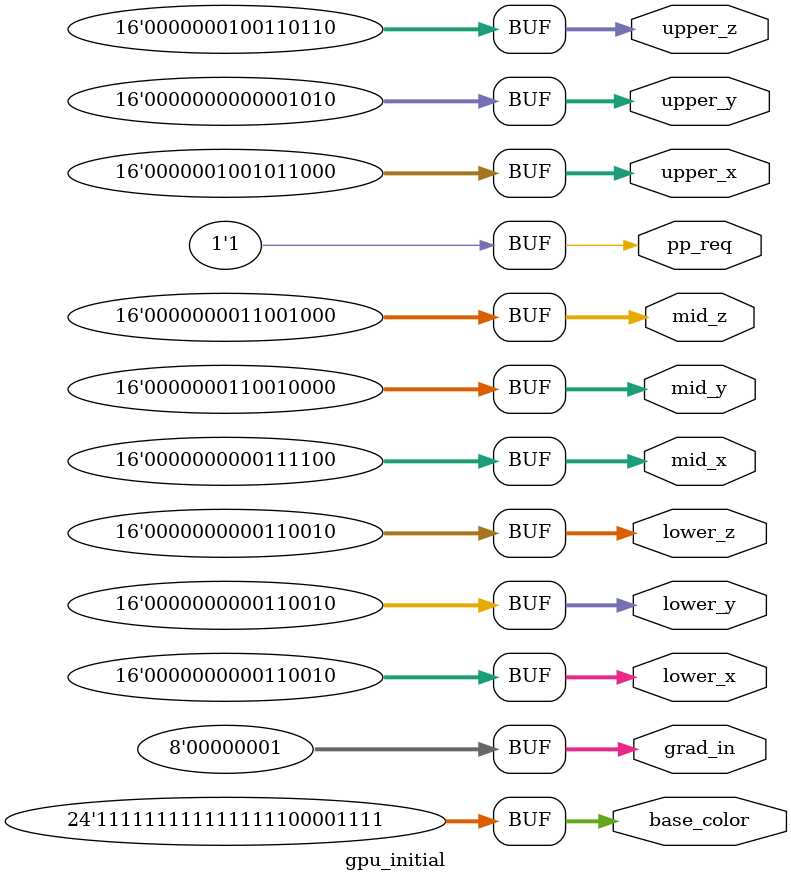
<source format=v>
`timescale 1ns / 1ps


module gpu_initial(
    output wire pp_req,
    
    output wire [15:0]upper_x,
    output wire [15:0]upper_y,
    output wire [15:0]upper_z,
    output wire [15:0]mid_x,
    output wire [15:0]mid_y,
    output wire [15:0]mid_z,
    output wire [15:0]lower_x,
    output wire [15:0]lower_y, 
    output wire [15:0]lower_z,
    
    output wire [7:0]grad_in,
    output wire [23:0]base_color
    );

    assign pp_req = 1;
    
    assign upper_x = 600;
    assign upper_y = 10;
    assign upper_z   = 310;
    assign mid_x   = 60; 
    assign mid_y = 400;
    assign mid_z = 200;
    assign lower_x = 50;
    assign lower_y   = 50; 
    assign lower_z = 50;
    
    assign grad_in = 1;
    assign base_color = 24'hffff0f;

endmodule

</source>
